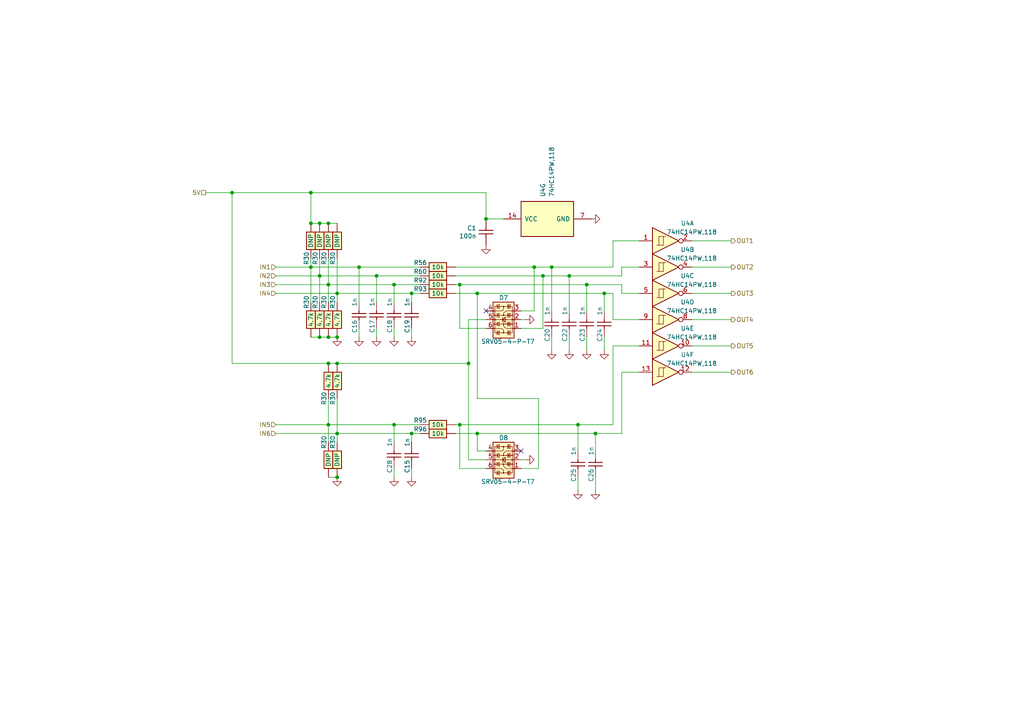
<source format=kicad_sch>
(kicad_sch (version 20230121) (generator eeschema)
  (paper "A4")
  (lib_symbols
    (symbol "74xx:74HC14" (pin_names (offset 1.016))
      (property "Reference" "U" (at 0 1.27 0))
      (property "Value" "74HC14" (at 0 -1.27 0))
      (symbol "74HC14_1_0"
        (polyline (pts (xy -3.81 3.81) (xy -3.81 -3.81) (xy 3.81 0) (xy -3.81 3.81)) (stroke (width 0.254)) (fill (type background)))
        (pin input line (at -7.62 0 0) (length 3.81) (name "~") (number "1"))
        (pin output inverted (at 7.62 0 180) (length 3.81) (name "~") (number "2"))
      )
      (symbol "74HC14_1_1"
        (polyline (pts (xy -1.905 -1.27) (xy -1.905 1.27) (xy -0.635 1.27)))
        (polyline (pts (xy -2.54 -1.27) (xy -0.635 -1.27) (xy -0.635 1.27) (xy 0 1.27)))
      )
      (symbol "74HC14_2_0"
        (polyline (pts (xy -3.81 3.81) (xy -3.81 -3.81) (xy 3.81 0) (xy -3.81 3.81)) (stroke (width 0.254)) (fill (type background)))
        (pin input line (at -7.62 0 0) (length 3.81) (name "~") (number "3"))
        (pin output inverted (at 7.62 0 180) (length 3.81) (name "~") (number "4"))
      )
      (symbol "74HC14_2_1"
        (polyline (pts (xy -1.905 -1.27) (xy -1.905 1.27) (xy -0.635 1.27)))
        (polyline (pts (xy -2.54 -1.27) (xy -0.635 -1.27) (xy -0.635 1.27) (xy 0 1.27)))
      )
      (symbol "74HC14_3_0"
        (polyline (pts (xy -3.81 3.81) (xy -3.81 -3.81) (xy 3.81 0) (xy -3.81 3.81)) (stroke (width 0.254)) (fill (type background)))
        (pin input line (at -7.62 0 0) (length 3.81) (name "~") (number "5"))
        (pin output inverted (at 7.62 0 180) (length 3.81) (name "~") (number "6"))
      )
      (symbol "74HC14_3_1"
        (polyline (pts (xy -1.905 -1.27) (xy -1.905 1.27) (xy -0.635 1.27)))
        (polyline (pts (xy -2.54 -1.27) (xy -0.635 -1.27) (xy -0.635 1.27) (xy 0 1.27)))
      )
      (symbol "74HC14_4_0"
        (polyline (pts (xy -3.81 3.81) (xy -3.81 -3.81) (xy 3.81 0) (xy -3.81 3.81)) (stroke (width 0.254)) (fill (type background)))
        (pin output inverted (at 7.62 0 180) (length 3.81) (name "~") (number "8"))
        (pin input line (at -7.62 0 0) (length 3.81) (name "~") (number "9"))
      )
      (symbol "74HC14_4_1"
        (polyline (pts (xy -1.905 -1.27) (xy -1.905 1.27) (xy -0.635 1.27)))
        (polyline (pts (xy -2.54 -1.27) (xy -0.635 -1.27) (xy -0.635 1.27) (xy 0 1.27)))
      )
      (symbol "74HC14_5_0"
        (polyline (pts (xy -3.81 3.81) (xy -3.81 -3.81) (xy 3.81 0) (xy -3.81 3.81)) (stroke (width 0.254)) (fill (type background)))
        (pin output inverted (at 7.62 0 180) (length 3.81) (name "~") (number "10"))
        (pin input line (at -7.62 0 0) (length 3.81) (name "~") (number "11"))
      )
      (symbol "74HC14_5_1"
        (polyline (pts (xy -1.905 -1.27) (xy -1.905 1.27) (xy -0.635 1.27)))
        (polyline (pts (xy -2.54 -1.27) (xy -0.635 -1.27) (xy -0.635 1.27) (xy 0 1.27)))
      )
      (symbol "74HC14_6_0"
        (polyline (pts (xy -3.81 3.81) (xy -3.81 -3.81) (xy 3.81 0) (xy -3.81 3.81)) (stroke (width 0.254)) (fill (type background)))
        (pin output inverted (at 7.62 0 180) (length 3.81) (name "~") (number "12"))
        (pin input line (at -7.62 0 0) (length 3.81) (name "~") (number "13"))
      )
      (symbol "74HC14_6_1"
        (polyline (pts (xy -1.905 -1.27) (xy -1.905 1.27) (xy -0.635 1.27)))
        (polyline (pts (xy -2.54 -1.27) (xy -0.635 -1.27) (xy -0.635 1.27) (xy 0 1.27)))
      )
      (symbol "74HC14_7_0"
        (pin power_in line (at 0 12.7 270) (length 5.08) (name "VCC") (number "14"))
        (pin power_in line (at 0 -12.7 90) (length 5.08) (name "GND") (number "7"))
      )
      (symbol "74HC14_7_1"
        (rectangle (start -5.08 7.62) (end 5.08 -7.62) (stroke (width 0.254)) (fill (type background)))
      )
    )
    (symbol "Power_Protection:NUP4202"
      (property "Reference" "U" (at -6.985 -2.54 0))
      (property "Value" "NUP4202" (at 6.35 1.27 90))
      (symbol "NUP4202_0_1"
        (rectangle (start -5.334 3.048) (end 5.08 -3.048) (stroke (width 0.254)) (fill (type background)))
        (circle (center -3.81 0) (radius 0.127))
        (circle (center -3.81 0) (radius 0.127))
        (circle (center -1.27 -2.54) (radius 0.127))
        (circle (center -1.27 -2.54) (radius 0.127))
        (circle (center -1.27 0) (radius 0.127))
        (circle (center -1.27 0) (radius 0.127))
        (circle (center -1.27 2.54) (radius 0.127))
        (circle (center -1.27 2.54) (radius 0.127))
        (circle (center 0 -2.54) (radius 0.127))
        (circle (center 0 -2.54) (radius 0.127))
        (polyline (pts (xy -4.445 -1.27) (xy -3.175 -1.27)))
        (polyline (pts (xy -4.445 -1.27) (xy -3.175 -1.27)))
        (polyline (pts (xy -4.445 1.905) (xy -3.175 1.905)))
        (polyline (pts (xy -3.81 -2.54) (xy -3.81 -0.635)))
        (polyline (pts (xy -3.81 -2.54) (xy 3.81 -2.54)))
        (polyline (pts (xy -3.81 -0.635) (xy -3.81 0.635)))
        (polyline (pts (xy -3.81 0.635) (xy -3.81 2.54)))
        (polyline (pts (xy -3.81 2.54) (xy 3.81 2.54)))
        (polyline (pts (xy -3.81 2.54) (xy 3.81 2.54)))
        (polyline (pts (xy -1.905 -1.27) (xy -0.635 -1.27)))
        (polyline (pts (xy -1.905 -1.27) (xy -0.635 -1.27)))
        (polyline (pts (xy -1.905 1.905) (xy -0.635 1.905)))
        (polyline (pts (xy -1.27 -2.54) (xy -1.27 -0.635)))
        (polyline (pts (xy -1.27 -2.54) (xy -1.27 -0.635)))
        (polyline (pts (xy -1.27 0.635) (xy -1.27 -0.635)))
        (polyline (pts (xy -1.27 0.635) (xy -1.27 2.54)))
        (polyline (pts (xy 0 -0.889) (xy 0 -3.81)))
        (polyline (pts (xy 0 -0.889) (xy 0 1.016)))
        (polyline (pts (xy 0 -0.889) (xy 0 1.016)))
        (polyline (pts (xy 0 1.016) (xy 0 3.81)))
        (polyline (pts (xy 0.635 -1.27) (xy 1.905 -1.27)))
        (polyline (pts (xy 0.635 -1.27) (xy 1.905 -1.27)))
        (polyline (pts (xy 0.635 1.905) (xy 1.905 1.905)))
        (polyline (pts (xy 1.27 -2.54) (xy 1.27 -0.635)))
        (polyline (pts (xy 1.27 -2.54) (xy 1.27 -0.635)))
        (polyline (pts (xy 1.27 0.635) (xy 1.27 -0.635)))
        (polyline (pts (xy 1.27 0.635) (xy 1.27 2.54)))
        (polyline (pts (xy 3.175 -1.27) (xy 4.445 -1.27)))
        (polyline (pts (xy 3.175 -1.27) (xy 4.445 -1.27)))
        (polyline (pts (xy 3.175 1.905) (xy 4.445 1.905)))
        (polyline (pts (xy 3.81 -2.54) (xy 3.81 -0.635)))
        (polyline (pts (xy 3.81 0.635) (xy 3.81 -0.635)))
        (polyline (pts (xy 3.81 0.635) (xy 3.81 2.54)))
        (polyline (pts (xy 0.762 0.254) (xy -0.762 0.254) (xy -0.762 0)))
        (polyline (pts (xy -4.445 -1.905) (xy -3.175 -1.905) (xy -3.81 -1.27) (xy -4.445 -1.905)))
        (polyline (pts (xy -4.445 1.27) (xy -3.175 1.27) (xy -3.81 1.905) (xy -4.445 1.27)))
        (polyline (pts (xy -2.54 -3.81) (xy -2.54 -0.762) (xy -1.905 0) (xy -1.27 0)))
        (polyline (pts (xy -2.54 3.81) (xy -2.54 0.635) (xy -3.048 0) (xy -3.937 0)))
        (polyline (pts (xy -1.905 -1.905) (xy -0.635 -1.905) (xy -1.27 -1.27) (xy -1.905 -1.905)))
        (polyline (pts (xy -1.905 1.27) (xy -0.635 1.27) (xy -1.27 1.905) (xy -1.905 1.27)))
        (polyline (pts (xy -0.762 -0.508) (xy 0.762 -0.508) (xy 0 0.254) (xy -0.762 -0.508)))
        (polyline (pts (xy -0.762 -0.508) (xy 0.762 -0.508) (xy 0 0.254) (xy -0.762 -0.508)))
        (polyline (pts (xy 0.635 -1.905) (xy 1.905 -1.905) (xy 1.27 -1.27) (xy 0.635 -1.905)))
        (polyline (pts (xy 0.635 1.27) (xy 1.905 1.27) (xy 1.27 1.905) (xy 0.635 1.27)))
        (polyline (pts (xy 2.54 -3.81) (xy 2.54 -0.762) (xy 1.905 0) (xy 1.143 0)))
        (polyline (pts (xy 2.54 3.81) (xy 2.54 0.508) (xy 2.921 0) (xy 3.81 0)))
        (polyline (pts (xy 3.175 -1.905) (xy 4.445 -1.905) (xy 3.81 -1.27) (xy 3.175 -1.905)))
        (polyline (pts (xy 3.175 1.27) (xy 4.445 1.27) (xy 3.81 1.905) (xy 3.175 1.27)))
        (circle (center 0 2.54) (radius 0.127))
        (circle (center 0 2.54) (radius 0.127))
        (circle (center 1.27 -2.54) (radius 0.127))
        (circle (center 1.27 -2.54) (radius 0.127))
        (circle (center 1.27 0) (radius 0.127))
        (circle (center 1.27 0) (radius 0.127))
        (circle (center 1.27 2.54) (radius 0.127))
        (circle (center 1.27 2.54) (radius 0.127))
        (circle (center 3.81 0) (radius 0.127))
        (circle (center 3.81 0) (radius 0.127))
      )
      (symbol "NUP4202_1_1"
        (pin passive line (at -2.54 -5.08 90) (length 2.54) (name "~") (number "1"))
        (pin passive line (at 0 -5.08 90) (length 2.54) (name "~") (number "2"))
        (pin passive line (at 2.54 -5.08 90) (length 2.54) (name "~") (number "3"))
        (pin passive line (at 2.54 5.08 270) (length 2.54) (name "~") (number "4"))
        (pin passive line (at 0 5.08 270) (length 2.54) (name "~") (number "5"))
        (pin passive line (at -2.54 5.08 270) (length 2.54) (name "~") (number "6"))
      )
    )
    (symbol "hellen-one-common:Cap" (pin_numbers hide)
      (property "Reference" "C" (at -3.81 2.54 0))
      (property "Value" "Cap" (at -2.54 -1.27 0))
      (symbol "Cap_1_0"
        (polyline (pts (xy -1.27 0) (xy -0.508 0)) (stroke (width 0.254)))
        (polyline (pts (xy -0.508 -2.032) (xy -0.508 2.032)) (stroke (width 0.254)))
        (polyline (pts (xy 0.508 2.032) (xy 0.508 -2.032)) (stroke (width 0.254)))
        (polyline (pts (xy 1.27 0) (xy 0.508 0)) (stroke (width 0.254)))
        (pin passive line (at -3.81 0 0) (length 2.54) (name "") (number "1"))
        (pin passive line (at 3.81 0 180) (length 2.54) (name "") (number "2"))
      )
    )
    (symbol "hellen-one-common:Res" (pin_numbers hide)
      (property "Reference" "R" (at 3.81 2.54 0))
      (property "Value" "Res" (at 5.08 -2.54 0))
      (symbol "Res_1_0"
        (rectangle (start 2.54 -1.27) (end 7.62 1.27) (stroke (width 0.254)) (fill (type background)))
        (pin passive line (at 0 0 0) (length 2.54) (name "") (number "1"))
        (pin passive line (at 10.16 0 180) (length 2.54) (name "") (number "2"))
      )
    )
    (symbol "power:GND" (power) (pin_names (offset 0))
      (property "Value" "GND" (at 0 -3.81 0))
      (symbol "GND_0_1"
        (polyline (pts (xy 0 0) (xy 0 -1.27) (xy 1.27 -1.27) (xy 0 -2.54) (xy -1.27 -1.27) (xy 0 -1.27)))
      )
      (symbol "GND_1_1"
        (pin power_in line (at 0 0 270) (length 0) hide (name "GND") (number "1"))
      )
    )
  )
  (junction (at 90.17 77.47))
  (junction (at 138.43 125.73))
  (junction (at 67.31 55.88))
  (junction (at 133.35 82.55))
  (junction (at 104.14 77.47))
  (junction (at 172.72 125.73))
  (junction (at 92.71 97.79))
  (junction (at 90.17 64.77))
  (junction (at 119.38 85.09))
  (junction (at 157.48 80.01))
  (junction (at 140.97 63.5))
  (junction (at 167.64 123.19))
  (junction (at 165.1 80.01))
  (junction (at 95.25 64.77))
  (junction (at 119.38 125.73))
  (junction (at 170.18 82.55))
  (junction (at 95.25 97.79))
  (junction (at 97.79 105.41))
  (junction (at 92.71 80.01))
  (junction (at 135.89 105.41))
  (junction (at 97.79 125.73))
  (junction (at 109.22 80.01))
  (junction (at 95.25 123.19))
  (junction (at 133.35 123.19))
  (junction (at 95.25 82.55))
  (junction (at 175.26 85.09))
  (junction (at 97.79 85.09))
  (junction (at 95.25 105.41))
  (junction (at 90.17 55.88))
  (junction (at 114.3 123.19))
  (junction (at 160.02 77.47))
  (junction (at 92.71 64.77))
  (junction (at 154.94 77.47))
  (junction (at 97.79 97.79))
  (junction (at 114.3 82.55))
  (junction (at 97.79 138.43))
  (junction (at 138.43 85.09))
  (no_connect (at 140.97 90.17))
  (no_connect (at 151.13 130.81))
  (wire (pts (xy 104.14 77.47) (xy 121.92 77.47)))
  (wire (pts (xy 138.43 130.81) (xy 138.43 125.73)))
  (wire (pts (xy 80.01 77.47) (xy 90.17 77.47)))
  (wire (pts (xy 80.01 80.01) (xy 92.71 80.01)))
  (wire (pts (xy 114.3 123.19) (xy 114.3 128.27)))
  (wire (pts (xy 177.8 77.47) (xy 177.8 69.85)))
  (wire (pts (xy 67.31 55.88) (xy 59.69 55.88)))
  (wire (pts (xy 172.72 138.43) (xy 172.72 142.24)))
  (wire (pts (xy 185.42 85.09) (xy 180.34 85.09)))
  (wire (pts (xy 90.17 55.88) (xy 67.31 55.88)))
  (wire (pts (xy 119.38 85.09) (xy 121.92 85.09)))
  (wire (pts (xy 177.8 100.33) (xy 185.42 100.33)))
  (wire (pts (xy 92.71 64.77) (xy 95.25 64.77)))
  (wire (pts (xy 95.25 97.79) (xy 97.79 97.79)))
  (wire (pts (xy 90.17 97.79) (xy 92.71 97.79)))
  (wire (pts (xy 138.43 115.57) (xy 138.43 85.09)))
  (wire (pts (xy 175.26 90.17) (xy 175.26 85.09)))
  (wire (pts (xy 200.66 107.95) (xy 212.09 107.95)))
  (wire (pts (xy 119.38 85.09) (xy 119.38 87.63)))
  (wire (pts (xy 167.64 130.81) (xy 167.64 123.19)))
  (wire (pts (xy 200.66 100.33) (xy 212.09 100.33)))
  (wire (pts (xy 151.13 92.71) (xy 152.4 92.71)))
  (wire (pts (xy 180.34 125.73) (xy 180.34 107.95)))
  (wire (pts (xy 90.17 55.88) (xy 140.97 55.88)))
  (wire (pts (xy 200.66 92.71) (xy 212.09 92.71)))
  (wire (pts (xy 160.02 77.47) (xy 160.02 90.17)))
  (wire (pts (xy 97.79 115.57) (xy 97.79 125.73)))
  (wire (pts (xy 133.35 123.19) (xy 167.64 123.19)))
  (wire (pts (xy 140.97 130.81) (xy 138.43 130.81)))
  (wire (pts (xy 97.79 128.27) (xy 97.79 125.73)))
  (wire (pts (xy 92.71 87.63) (xy 92.71 80.01)))
  (wire (pts (xy 160.02 97.79) (xy 160.02 101.6)))
  (wire (pts (xy 138.43 125.73) (xy 172.72 125.73)))
  (wire (pts (xy 185.42 92.71) (xy 177.8 92.71)))
  (wire (pts (xy 92.71 74.93) (xy 92.71 80.01)))
  (wire (pts (xy 172.72 125.73) (xy 180.34 125.73)))
  (wire (pts (xy 132.08 80.01) (xy 157.48 80.01)))
  (wire (pts (xy 90.17 64.77) (xy 92.71 64.77)))
  (wire (pts (xy 200.66 69.85) (xy 212.09 69.85)))
  (wire (pts (xy 90.17 87.63) (xy 90.17 77.47)))
  (wire (pts (xy 177.8 85.09) (xy 175.26 85.09)))
  (wire (pts (xy 151.13 133.35) (xy 152.4 133.35)))
  (wire (pts (xy 200.66 77.47) (xy 212.09 77.47)))
  (wire (pts (xy 170.18 97.79) (xy 170.18 101.6)))
  (wire (pts (xy 92.71 97.79) (xy 95.25 97.79)))
  (wire (pts (xy 114.3 97.79) (xy 114.3 95.25)))
  (wire (pts (xy 119.38 138.43) (xy 119.38 135.89)))
  (wire (pts (xy 140.97 63.5) (xy 140.97 55.88)))
  (wire (pts (xy 95.25 128.27) (xy 95.25 123.19)))
  (wire (pts (xy 109.22 80.01) (xy 121.92 80.01)))
  (wire (pts (xy 151.13 95.25) (xy 157.48 95.25)))
  (wire (pts (xy 95.25 87.63) (xy 95.25 82.55)))
  (wire (pts (xy 157.48 95.25) (xy 157.48 80.01)))
  (wire (pts (xy 114.3 123.19) (xy 121.92 123.19)))
  (wire (pts (xy 157.48 80.01) (xy 165.1 80.01)))
  (wire (pts (xy 114.3 82.55) (xy 114.3 87.63)))
  (wire (pts (xy 95.25 64.77) (xy 97.79 64.77)))
  (wire (pts (xy 90.17 77.47) (xy 104.14 77.47)))
  (wire (pts (xy 80.01 82.55) (xy 95.25 82.55)))
  (wire (pts (xy 80.01 123.19) (xy 95.25 123.19)))
  (wire (pts (xy 132.08 77.47) (xy 154.94 77.47)))
  (wire (pts (xy 135.89 92.71) (xy 140.97 92.71)))
  (wire (pts (xy 151.13 90.17) (xy 154.94 90.17)))
  (wire (pts (xy 167.64 123.19) (xy 177.8 123.19)))
  (wire (pts (xy 138.43 85.09) (xy 175.26 85.09)))
  (wire (pts (xy 104.14 97.79) (xy 104.14 95.25)))
  (wire (pts (xy 97.79 74.93) (xy 97.79 85.09)))
  (wire (pts (xy 175.26 97.79) (xy 175.26 101.6)))
  (wire (pts (xy 95.25 115.57) (xy 95.25 123.19)))
  (wire (pts (xy 119.38 125.73) (xy 121.92 125.73)))
  (wire (pts (xy 97.79 87.63) (xy 97.79 85.09)))
  (wire (pts (xy 90.17 64.77) (xy 90.17 55.88)))
  (wire (pts (xy 109.22 80.01) (xy 109.22 87.63)))
  (wire (pts (xy 119.38 97.79) (xy 119.38 95.25)))
  (wire (pts (xy 95.25 123.19) (xy 114.3 123.19)))
  (wire (pts (xy 97.79 85.09) (xy 119.38 85.09)))
  (wire (pts (xy 135.89 133.35) (xy 140.97 133.35)))
  (wire (pts (xy 97.79 138.43) (xy 95.25 138.43)))
  (wire (pts (xy 80.01 85.09) (xy 97.79 85.09)))
  (wire (pts (xy 67.31 105.41) (xy 95.25 105.41)))
  (wire (pts (xy 200.66 85.09) (xy 212.09 85.09)))
  (wire (pts (xy 95.25 105.41) (xy 97.79 105.41)))
  (wire (pts (xy 154.94 77.47) (xy 160.02 77.47)))
  (wire (pts (xy 80.01 125.73) (xy 97.79 125.73)))
  (wire (pts (xy 135.89 92.71) (xy 135.89 105.41)))
  (wire (pts (xy 97.79 125.73) (xy 119.38 125.73)))
  (wire (pts (xy 167.64 138.43) (xy 167.64 142.24)))
  (wire (pts (xy 138.43 115.57) (xy 156.21 115.57)))
  (wire (pts (xy 180.34 85.09) (xy 180.34 82.55)))
  (wire (pts (xy 92.71 80.01) (xy 109.22 80.01)))
  (wire (pts (xy 95.25 74.93) (xy 95.25 82.55)))
  (wire (pts (xy 160.02 77.47) (xy 177.8 77.47)))
  (wire (pts (xy 133.35 135.89) (xy 133.35 123.19)))
  (wire (pts (xy 95.25 82.55) (xy 114.3 82.55)))
  (wire (pts (xy 90.17 74.93) (xy 90.17 77.47)))
  (wire (pts (xy 151.13 135.89) (xy 156.21 135.89)))
  (wire (pts (xy 154.94 90.17) (xy 154.94 77.47)))
  (wire (pts (xy 133.35 82.55) (xy 170.18 82.55)))
  (wire (pts (xy 135.89 133.35) (xy 135.89 105.41)))
  (wire (pts (xy 133.35 95.25) (xy 133.35 82.55)))
  (wire (pts (xy 114.3 82.55) (xy 121.92 82.55)))
  (wire (pts (xy 156.21 135.89) (xy 156.21 115.57)))
  (wire (pts (xy 165.1 97.79) (xy 165.1 101.6)))
  (wire (pts (xy 170.18 82.55) (xy 170.18 90.17)))
  (wire (pts (xy 132.08 85.09) (xy 138.43 85.09)))
  (wire (pts (xy 132.08 82.55) (xy 133.35 82.55)))
  (wire (pts (xy 165.1 90.17) (xy 165.1 80.01)))
  (wire (pts (xy 114.3 138.43) (xy 114.3 135.89)))
  (wire (pts (xy 109.22 97.79) (xy 109.22 95.25)))
  (wire (pts (xy 104.14 77.47) (xy 104.14 87.63)))
  (wire (pts (xy 177.8 69.85) (xy 185.42 69.85)))
  (wire (pts (xy 185.42 77.47) (xy 180.34 77.47)))
  (wire (pts (xy 140.97 63.5) (xy 146.05 63.5)))
  (wire (pts (xy 140.97 95.25) (xy 133.35 95.25)))
  (wire (pts (xy 132.08 125.73) (xy 138.43 125.73)))
  (wire (pts (xy 119.38 125.73) (xy 119.38 128.27)))
  (wire (pts (xy 170.18 82.55) (xy 180.34 82.55)))
  (wire (pts (xy 97.79 105.41) (xy 135.89 105.41)))
  (wire (pts (xy 140.97 135.89) (xy 133.35 135.89)))
  (wire (pts (xy 172.72 130.81) (xy 172.72 125.73)))
  (wire (pts (xy 132.08 123.19) (xy 133.35 123.19)))
  (wire (pts (xy 180.34 107.95) (xy 185.42 107.95)))
  (wire (pts (xy 180.34 77.47) (xy 180.34 80.01)))
  (wire (pts (xy 177.8 123.19) (xy 177.8 100.33)))
  (wire (pts (xy 67.31 105.41) (xy 67.31 55.88)))
  (wire (pts (xy 180.34 80.01) (xy 165.1 80.01)))
  (polyline (pts (xy 129.54 80.01) (xy 129.54 80.01)))
  (wire (pts (xy 177.8 92.71) (xy 177.8 85.09)))
  (hierarchical_label "OUT3" (shape output) (at 212.09 85.09 0))
  (hierarchical_label "OUT5" (shape output) (at 212.09 100.33 0))
  (hierarchical_label "IN3" (shape input) (at 80.01 82.55 180))
  (hierarchical_label "OUT4" (shape output) (at 212.09 92.71 0))
  (hierarchical_label "OUT6" (shape output) (at 212.09 107.95 0))
  (hierarchical_label "OUT2" (shape output) (at 212.09 77.47 0))
  (hierarchical_label "IN5" (shape input) (at 80.01 123.19 180))
  (hierarchical_label "OUT1" (shape output) (at 212.09 69.85 0))
  (hierarchical_label "IN1" (shape input) (at 80.01 77.47 180))
  (hierarchical_label "5V" (shape passive) (at 59.69 55.88 180))
  (hierarchical_label "IN4" (shape input) (at 80.01 85.09 180))
  (hierarchical_label "IN2" (shape input) (at 80.01 80.01 180))
  (hierarchical_label "IN6" (shape input) (at 80.01 125.73 180))
  (symbol (lib_id "hellen-one-common:Cap") (at 114.3 132.08 90) (unit 1)
    (property "Reference" "C28" (at 113.03 133.35 0) (effects (justify right)))
    (property "Value" "1n" (at 113.03 127 0) (effects (justify right)))
    (property "Footprint" "hellen-one-common:C0603" (effects hide))
    (property "LCSC" "C106247" (effects hide))
  )
  (symbol (lib_id "hellen-one-common:Cap") (at 119.38 91.44 90) (unit 1)
    (property "Reference" "C19" (at 118.11 92.71 0) (effects (justify right)))
    (property "Value" "1n" (at 118.11 86.36 0) (effects (justify right)))
    (property "Footprint" "hellen-one-common:C0603" (effects hide))
    (property "LCSC" "C106247" (effects hide))
  )
  (symbol (lib_id "power:GND") (at 109.22 97.79 0) (unit 1)
    (property "Reference" "#PWR013" (effects hide))
    (property "Value" "GND" (effects hide))
    (instances (project "GDI-4ch" (path "" (reference "#PWR013") (unit 1))) (project "hellen-112-17" (path "" (reference "#PWR04") (unit 1))))
  )
  (symbol (lib_id "hellen-one-common:Cap") (at 160.02 93.98 90) (unit 1)
    (property "Reference" "C20" (at 158.75 95.25 0) (effects (justify right)))
    (property "Value" "1n" (at 158.75 88.9 0) (effects (justify right)))
    (property "Footprint" "hellen-one-common:C0603" (effects hide))
    (property "LCSC" "C106247" (effects hide))
  )
  (symbol (lib_id "power:GND") (at 152.4 92.71 90) (unit 1)
    (property "Reference" "#PWR042" (effects hide))
    (property "Value" "GND" (effects hide))
    (instances (project "GDI-4ch" (path "" (reference "#PWR042") (unit 1))) (project "hellen-112-17" (path "" (reference "#PWR014") (unit 1))))
  )
  (symbol (lib_id "hellen-one-common:Res") (at 95.25 64.77 90) (mirror x) (unit 1)
    (property "Reference" "R30" (at 93.98 74.93 0))
    (property "Value" "DNP" (at 95.25 69.85 0))
    (property "Footprint" "hellen-one-common:R0603" (effects hide))
    (instances (project "alphax_8ch" (path "" (reference "R30") (unit 1)) (path "" (reference "R67") (unit 1))) (project "hellen-112-17" (path "" (reference "R35") (unit 1)) (path "" (reference "R23") (unit 1))))
  )
  (symbol (lib_id "hellen-one-common:Cap") (at 104.14 91.44 90) (unit 1)
    (property "Reference" "C16" (at 102.87 92.71 0) (effects (justify right)))
    (property "Value" "1n" (at 102.87 86.36 0) (effects (justify right)))
    (property "Footprint" "hellen-one-common:C0603" (effects hide))
    (property "LCSC" "C106247" (effects hide))
  )
  (symbol (lib_id "power:GND") (at 97.79 97.79 0) (unit 1)
    (property "Reference" "#PWR012" (effects hide))
    (property "Value" "GND" (effects hide))
    (instances (project "GDI-4ch" (path "" (reference "#PWR012") (unit 1))) (project "hellen-112-17" (path "" (reference "#PWR02") (unit 1))))
  )
  (symbol (lib_id "power:GND") (at 167.64 142.24 0) (unit 1)
    (property "Reference" "#PWR049" (effects hide))
    (property "Value" "GND" (effects hide))
    (instances (project "GDI-4ch" (path "" (reference "#PWR049") (unit 1))) (project "hellen-112-17" (path "" (reference "#PWR019") (unit 1))))
  )
  (symbol (lib_id "power:GND") (at 170.18 101.6 0) (unit 1)
    (property "Reference" "#PWR048" (effects hide))
    (property "Value" "GND" (effects hide))
    (instances (project "GDI-4ch" (path "" (reference "#PWR048") (unit 1))) (project "hellen-112-17" (path "" (reference "#PWR018") (unit 1))))
  )
  (symbol (lib_id "power:GND") (at 160.02 101.6 0) (unit 1)
    (property "Reference" "#PWR046" (effects hide))
    (property "Value" "GND" (effects hide))
    (instances (project "GDI-4ch" (path "" (reference "#PWR046") (unit 1))) (project "hellen-112-17" (path "" (reference "#PWR016") (unit 1))))
  )
  (symbol (lib_id "hellen-one-common:Cap") (at 140.97 67.31 270) (mirror x) (unit 1)
    (property "Reference" "C1" (at 138.1759 66.1606 90) (effects (justify right)))
    (property "Value" "100n" (at 138.1759 68.4593 90) (effects (justify right)))
    (property "Footprint" "hellen-one-common:C0603" (effects hide))
    (property "LCSC" "C14663" (effects hide))
    (instances (project "GDI-4ch" (path "" (reference "C1") (unit 1))) (project "hellen-112-17" (path "" (reference "C21") (unit 1))))
  )
  (symbol (lib_id "hellen-one-common:Res") (at 92.71 87.63 90) (mirror x) (unit 1)
    (property "Reference" "R30" (at 91.44 87.63 0))
    (property "Value" "4.7k" (at 92.71 92.71 0))
    (property "Footprint" "hellen-one-common:R0603" (effects hide))
    (property "LCSC" "C23162" (effects hide))
    (instances (project "alphax_8ch" (path "" (reference "R30") (unit 1)) (path "" (reference "R67") (unit 1))) (project "hellen-112-17" (path "" (reference "R35") (unit 1)) (path "" (reference "R26") (unit 1))))
  )
  (symbol (lib_id "power:GND") (at 172.72 142.24 0) (unit 1)
    (property "Reference" "#PWR051" (effects hide))
    (property "Value" "GND" (effects hide))
    (instances (project "GDI-4ch" (path "" (reference "#PWR051") (unit 1))) (project "hellen-112-17" (path "" (reference "#PWR021") (unit 1))))
  )
  (symbol (lib_id "hellen-one-common:Res") (at 132.08 85.09 0) (mirror y) (unit 1)
    (property "Reference" "R93" (at 121.92 83.82 0))
    (property "Value" "10k" (at 127 85.09 0))
    (property "Footprint" "hellen-one-common:R0603" (effects hide))
    (property "LCSC" "C25804" (effects hide))
    (instances (project "GDI-4ch" (path "" (reference "R93") (unit 1))) (project "hellen-112-17" (path "" (reference "R42") (unit 1))))
  )
  (symbol (lib_id "hellen-one-common:Cap") (at 165.1 93.98 90) (unit 1)
    (property "Reference" "C22" (at 163.83 95.25 0) (effects (justify right)))
    (property "Value" "1n" (at 163.83 88.9 0) (effects (justify right)))
    (property "Footprint" "hellen-one-common:C0603" (effects hide))
    (property "LCSC" "C106247" (effects hide))
  )
  (symbol (lib_id "power:GND") (at 97.79 138.43 0) (unit 1)
    (property "Reference" "#PWR012" (effects hide))
    (property "Value" "GND" (effects hide))
    (instances (project "GDI-4ch" (path "" (reference "#PWR012") (unit 1))) (project "hellen-112-17" (path "" (reference "#PWR06") (unit 1))))
  )
  (symbol (lib_id "hellen-one-common:Cap") (at 119.38 132.08 90) (unit 1)
    (property "Reference" "C15" (at 118.11 133.35 0) (effects (justify right)))
    (property "Value" "1n" (at 118.11 127 0) (effects (justify right)))
    (property "Footprint" "hellen-one-common:C0603" (effects hide))
    (property "LCSC" "C106247" (effects hide))
  )
  (symbol (lib_id "Power_Protection:NUP4202") (at 146.05 92.71 90) (unit 1)
    (property "Reference" "D7" (at 146.05 86.36 90))
    (property "Value" "SRV05-4-P-T7" (at 147.32 99.06 90))
    (property "Footprint" "Package_TO_SOT_SMD:SOT-23-6" (effects hide))
    (property "LCSC" "C85364" (effects hide))
    (instances (project "GDI-4ch" (path "" (reference "D7") (unit 1))) (project "hellen-112-17" (path "" (reference "D10") (unit 1))))
  )
  (symbol (lib_id "hellen-one-common:Cap") (at 170.18 93.98 90) (unit 1)
    (property "Reference" "C23" (at 168.91 95.25 0) (effects (justify right)))
    (property "Value" "1n" (at 168.91 88.9 0) (effects (justify right)))
    (property "Footprint" "hellen-one-common:C0603" (effects hide))
    (property "LCSC" "C106247" (effects hide))
  )
  (symbol (lib_id "hellen-one-common:Res") (at 90.17 87.63 90) (mirror x) (unit 1)
    (property "Reference" "R30" (at 88.9 87.63 0))
    (property "Value" "4.7k" (at 90.17 92.71 0))
    (property "Footprint" "hellen-one-common:R0603" (effects hide))
    (property "LCSC" "C23162" (effects hide))
    (instances (project "alphax_8ch" (path "" (reference "R30") (unit 1)) (path "" (reference "R67") (unit 1))) (project "hellen-112-17" (path "" (reference "R35") (unit 1)) (path "" (reference "R25") (unit 1))))
  )
  (symbol (lib_id "power:GND") (at 140.97 71.12 0) (unit 1)
    (property "Reference" "#PWR038" (effects hide))
    (property "Value" "GND" (effects hide))
    (instances (project "GDI-4ch" (path "" (reference "#PWR038") (unit 1))) (project "hellen-112-17" (path "" (reference "#PWR013") (unit 1))))
  )
  (symbol (lib_id "power:GND") (at 152.4 133.35 90) (unit 1)
    (property "Reference" "#PWR043" (effects hide))
    (property "Value" "GND" (effects hide))
    (instances (project "GDI-4ch" (path "" (reference "#PWR043") (unit 1))) (project "hellen-112-17" (path "" (reference "#PWR015") (unit 1))))
  )
  (symbol (lib_id "hellen-one-common:Res") (at 97.79 64.77 90) (mirror x) (unit 1)
    (property "Reference" "R30" (at 96.52 74.93 0))
    (property "Value" "DNP" (at 97.79 69.85 0))
    (property "Footprint" "hellen-one-common:R0603" (effects hide))
    (instances (project "alphax_8ch" (path "" (reference "R30") (unit 1)) (path "" (reference "R67") (unit 1))) (project "hellen-112-17" (path "" (reference "R35") (unit 1)) (path "" (reference "R24") (unit 1))))
  )
  (symbol (lib_id "hellen-one-common:Cap") (at 109.22 91.44 90) (unit 1)
    (property "Reference" "C17" (at 107.95 92.71 0) (effects (justify right)))
    (property "Value" "1n" (at 107.95 86.36 0) (effects (justify right)))
    (property "Footprint" "hellen-one-common:C0603" (effects hide))
    (property "LCSC" "C106247" (effects hide))
  )
  (symbol (lib_id "hellen-one-common:Cap") (at 172.72 134.62 90) (unit 1)
    (property "Reference" "C26" (at 171.45 135.89 0) (effects (justify right)))
    (property "Value" "1n" (at 171.45 129.54 0) (effects (justify right)))
    (property "Footprint" "hellen-one-common:C0603" (effects hide))
    (property "LCSC" "C106247" (effects hide))
  )
  (symbol (lib_id "power:GND") (at 114.3 97.79 0) (unit 1)
    (property "Reference" "#PWR019" (effects hide))
    (property "Value" "GND" (effects hide))
    (instances (project "GDI-4ch" (path "" (reference "#PWR019") (unit 1))) (project "hellen-112-17" (path "" (reference "#PWR05") (unit 1))))
  )
  (symbol (lib_id "power:GND") (at 114.3 138.43 0) (unit 1)
    (property "Reference" "#PWR021" (effects hide))
    (property "Value" "GND" (effects hide))
    (instances (project "GDI-4ch" (path "" (reference "#PWR021") (unit 1))) (project "hellen-112-17" (path "" (reference "#PWR07") (unit 1))))
  )
  (symbol (lib_id "hellen-one-common:Res") (at 97.79 87.63 90) (mirror x) (unit 1)
    (property "Reference" "R30" (at 96.52 87.63 0))
    (property "Value" "4.7k" (at 97.79 92.71 0))
    (property "Footprint" "hellen-one-common:R0603" (effects hide))
    (property "LCSC" "C23162" (effects hide))
    (instances (project "alphax_8ch" (path "" (reference "R30") (unit 1)) (path "" (reference "R67") (unit 1))) (project "hellen-112-17" (path "" (reference "R35") (unit 1)) (path "" (reference "R28") (unit 1))))
  )
  (symbol (lib_id "74xx:74HC14") (at 193.04 69.85 0) (unit 1)
    (property "Reference" "U4" (at 199.39 64.77 0))
    (property "Value" "74HC14PW,118" (at 200.66 67.31 0))
    (property "Footprint" "Package_SO:TSSOP-14_4.4x5mm_P0.65mm" (effects hide))
    (property "Datasheet" "http://www.ti.com/lit/gpn/sn74HC14" (effects hide))
    (property "LCSC" "C5606" (effects hide))
    (instances (project "GDI-4ch" (path "" (reference "U4") (unit 1))) (project "hellen-112-17" (path "" (reference "U2") (unit 1))))
  )
  (symbol (lib_id "hellen-one-common:Res") (at 95.25 87.63 90) (mirror x) (unit 1)
    (property "Reference" "R30" (at 93.98 87.63 0))
    (property "Value" "4.7k" (at 95.25 92.71 0))
    (property "Footprint" "hellen-one-common:R0603" (effects hide))
    (property "LCSC" "C23162" (effects hide))
    (instances (project "alphax_8ch" (path "" (reference "R30") (unit 1)) (path "" (reference "R67") (unit 1))) (project "hellen-112-17" (path "" (reference "R35") (unit 1)) (path "" (reference "R27") (unit 1))))
  )
  (symbol (lib_id "hellen-one-common:Res") (at 97.79 128.27 90) (mirror x) (unit 1)
    (property "Reference" "R30" (at 96.52 128.27 0))
    (property "Value" "DNP" (at 97.79 133.35 0))
    (property "Footprint" "hellen-one-common:R0603" (effects hide))
    (instances (project "alphax_8ch" (path "" (reference "R30") (unit 1)) (path "" (reference "R67") (unit 1))) (project "hellen-112-17" (path "" (reference "R35") (unit 1)) (path "" (reference "R49") (unit 1))))
  )
  (symbol (lib_id "hellen-one-common:Res") (at 132.08 125.73 0) (mirror y) (unit 1)
    (property "Reference" "R96" (at 121.92 124.46 0))
    (property "Value" "10k" (at 127 125.73 0))
    (property "Footprint" "hellen-one-common:R0603" (effects hide))
    (property "LCSC" "C25804" (effects hide))
    (instances (project "GDI-4ch" (path "" (reference "R96") (unit 1))) (project "hellen-112-17" (path "" (reference "R48") (unit 1))))
  )
  (symbol (lib_id "74xx:74HC14") (at 158.75 63.5 90) (unit 7)
    (property "Reference" "U4" (at 157.4799 57.15 0) (effects (justify left)))
    (property "Value" "74HC14PW,118" (at 160.0199 57.15 0) (effects (justify left)))
    (property "Footprint" "Package_SO:TSSOP-14_4.4x5mm_P0.65mm" (effects hide))
    (property "Datasheet" "http://www.ti.com/lit/gpn/sn74HC14" (effects hide))
    (property "LCSC" "C5606" (effects hide))
    (instances (project "GDI-4ch" (path "" (reference "U4") (unit 7))) (project "hellen-112-17" (path "" (reference "U2") (unit 7))))
  )
  (symbol (lib_id "power:GND") (at 171.45 63.5 90) (unit 1)
    (property "Reference" "#PWR053" (effects hide))
    (property "Value" "GND" (effects hide))
    (instances (project "GDI-4ch" (path "" (reference "#PWR053") (unit 1))) (project "hellen-112-17" (path "" (reference "#PWR024") (unit 1))))
  )
  (symbol (lib_id "hellen-one-common:Res") (at 90.17 64.77 90) (mirror x) (unit 1)
    (property "Reference" "R30" (at 88.9 74.93 0))
    (property "Value" "DNP" (at 90.17 69.85 0))
    (property "Footprint" "hellen-one-common:R0603" (effects hide))
    (instances (project "alphax_8ch" (path "" (reference "R30") (unit 1)) (path "" (reference "R67") (unit 1))) (project "hellen-112-17" (path "" (reference "R35") (unit 1)) (path "" (reference "R21") (unit 1))))
  )
  (symbol (lib_id "power:GND") (at 175.26 101.6 0) (unit 1)
    (property "Reference" "#PWR050" (effects hide))
    (property "Value" "GND" (effects hide))
    (instances (project "GDI-4ch" (path "" (reference "#PWR050") (unit 1))) (project "hellen-112-17" (path "" (reference "#PWR020") (unit 1))))
  )
  (symbol (lib_id "hellen-one-common:Res") (at 92.71 64.77 90) (mirror x) (unit 1)
    (property "Reference" "R30" (at 91.44 74.93 0))
    (property "Value" "DNP" (at 92.71 69.85 0))
    (property "Footprint" "hellen-one-common:R0603" (effects hide))
    (instances (project "alphax_8ch" (path "" (reference "R30") (unit 1)) (path "" (reference "R67") (unit 1))) (project "hellen-112-17" (path "" (reference "R35") (unit 1)) (path "" (reference "R22") (unit 1))))
  )
  (symbol (lib_id "power:GND") (at 119.38 97.79 0) (unit 1)
    (property "Reference" "#PWR022" (effects hide))
    (property "Value" "GND" (effects hide))
    (instances (project "GDI-4ch" (path "" (reference "#PWR022") (unit 1))) (project "hellen-112-17" (path "" (reference "#PWR08") (unit 1))))
  )
  (symbol (lib_id "74xx:74HC14") (at 193.04 107.95 0) (unit 6)
    (property "Reference" "U4" (at 199.39 102.87 0))
    (property "Value" "74HC14PW,118" (at 200.66 105.41 0))
    (property "Footprint" "Package_SO:TSSOP-14_4.4x5mm_P0.65mm" (effects hide))
    (property "Datasheet" "http://www.ti.com/lit/gpn/sn74HC14" (effects hide))
    (property "LCSC" "C5606" (effects hide))
    (instances (project "GDI-4ch" (path "" (reference "U4") (unit 6))) (project "hellen-112-17" (path "" (reference "U2") (unit 6))))
  )
  (symbol (lib_id "hellen-one-common:Res") (at 95.25 128.27 90) (mirror x) (unit 1)
    (property "Reference" "R30" (at 93.98 128.27 0))
    (property "Value" "DNP" (at 95.25 133.35 0))
    (property "Footprint" "hellen-one-common:R0603" (effects hide))
    (instances (project "alphax_8ch" (path "" (reference "R30") (unit 1)) (path "" (reference "R67") (unit 1))) (project "hellen-112-17" (path "" (reference "R35") (unit 1)) (path "" (reference "R29") (unit 1))))
  )
  (symbol (lib_id "Power_Protection:NUP4202") (at 146.05 133.35 90) (unit 1)
    (property "Reference" "D8" (at 146.05 127 90))
    (property "Value" "SRV05-4-P-T7" (at 147.32 139.7 90))
    (property "Footprint" "Package_TO_SOT_SMD:SOT-23-6" (effects hide))
    (property "LCSC" "C85364" (effects hide))
    (instances (project "GDI-4ch" (path "" (reference "D8") (unit 1))) (project "hellen-112-17" (path "" (reference "D11") (unit 1))))
  )
  (symbol (lib_id "74xx:74HC14") (at 193.04 77.47 0) (unit 2)
    (property "Reference" "U4" (at 199.39 72.39 0))
    (property "Value" "74HC14PW,118" (at 200.66 74.93 0))
    (property "Footprint" "Package_SO:TSSOP-14_4.4x5mm_P0.65mm" (effects hide))
    (property "Datasheet" "http://www.ti.com/lit/gpn/sn74HC14" (effects hide))
    (property "LCSC" "C5606" (effects hide))
    (instances (project "GDI-4ch" (path "" (reference "U4") (unit 2))) (project "hellen-112-17" (path "" (reference "U2") (unit 2))))
  )
  (symbol (lib_id "hellen-one-common:Res") (at 132.08 77.47 0) (mirror y) (unit 1)
    (property "Reference" "R56" (at 121.92 76.2 0))
    (property "Value" "10k" (at 127 77.47 0))
    (property "Footprint" "hellen-one-common:R0603" (effects hide))
    (property "LCSC" "C25804" (effects hide))
    (instances (project "GDI-4ch" (path "" (reference "R56") (unit 1))) (project "hellen-112-17" (path "" (reference "R30") (unit 1))))
  )
  (symbol (lib_id "hellen-one-common:Res") (at 95.25 105.41 90) (mirror x) (unit 1)
    (property "Reference" "R30" (at 93.98 115.57 0))
    (property "Value" "4.7k" (at 95.25 110.49 0))
    (property "Footprint" "hellen-one-common:R0603" (effects hide))
    (property "LCSC" "C23162" (effects hide))
    (instances (project "alphax_8ch" (path "" (reference "R30") (unit 1)) (path "" (reference "R67") (unit 1))) (project "hellen-112-17" (path "" (reference "R35") (unit 1)) (path "" (reference "R50") (unit 1))))
  )
  (symbol (lib_id "hellen-one-common:Res") (at 132.08 82.55 0) (mirror y) (unit 1)
    (property "Reference" "R92" (at 121.92 81.28 0))
    (property "Value" "10k" (at 127 82.55 0))
    (property "Footprint" "hellen-one-common:R0603" (effects hide))
    (property "LCSC" "C25804" (effects hide))
    (instances (project "GDI-4ch" (path "" (reference "R92") (unit 1))) (project "hellen-112-17" (path "" (reference "R32") (unit 1))))
  )
  (symbol (lib_id "power:GND") (at 119.38 138.43 0) (unit 1)
    (property "Reference" "#PWR023" (effects hide))
    (property "Value" "GND" (effects hide))
    (instances (project "GDI-4ch" (path "" (reference "#PWR023") (unit 1))) (project "hellen-112-17" (path "" (reference "#PWR09") (unit 1))))
  )
  (symbol (lib_id "power:GND") (at 104.14 97.79 0) (unit 1)
    (property "Reference" "#PWR012" (effects hide))
    (property "Value" "GND" (effects hide))
    (instances (project "GDI-4ch" (path "" (reference "#PWR012") (unit 1))) (project "hellen-112-17" (path "" (reference "#PWR03") (unit 1))))
  )
  (symbol (lib_id "74xx:74HC14") (at 193.04 85.09 0) (unit 3)
    (property "Reference" "U4" (at 199.39 80.01 0))
    (property "Value" "74HC14PW,118" (at 200.66 82.55 0))
    (property "Footprint" "Package_SO:TSSOP-14_4.4x5mm_P0.65mm" (effects hide))
    (property "Datasheet" "http://www.ti.com/lit/gpn/sn74HC14" (effects hide))
    (property "LCSC" "C5606" (effects hide))
    (instances (project "GDI-4ch" (path "" (reference "U4") (unit 3))) (project "hellen-112-17" (path "" (reference "U2") (unit 3))))
  )
  (symbol (lib_id "hellen-one-common:Cap") (at 167.64 134.62 90) (unit 1)
    (property "Reference" "C25" (at 166.37 135.89 0) (effects (justify right)))
    (property "Value" "1n" (at 166.37 129.54 0) (effects (justify right)))
    (property "Footprint" "hellen-one-common:C0603" (effects hide))
    (property "LCSC" "C106247" (effects hide))
  )
  (symbol (lib_id "74xx:74HC14") (at 193.04 92.71 0) (unit 4)
    (property "Reference" "U4" (at 199.39 87.63 0))
    (property "Value" "74HC14PW,118" (at 200.66 90.17 0))
    (property "Footprint" "Package_SO:TSSOP-14_4.4x5mm_P0.65mm" (effects hide))
    (property "Datasheet" "http://www.ti.com/lit/gpn/sn74HC14" (effects hide))
    (property "LCSC" "C5606" (effects hide))
    (instances (project "GDI-4ch" (path "" (reference "U4") (unit 4))) (project "hellen-112-17" (path "" (reference "U2") (unit 4))))
  )
  (symbol (lib_id "hellen-one-common:Res") (at 132.08 123.19 0) (mirror y) (unit 1)
    (property "Reference" "R95" (at 121.92 121.92 0))
    (property "Value" "10k" (at 127 123.19 0))
    (property "Footprint" "hellen-one-common:R0603" (effects hide))
    (property "LCSC" "C25804" (effects hide))
    (instances (project "GDI-4ch" (path "" (reference "R95") (unit 1))) (project "hellen-112-17" (path "" (reference "R43") (unit 1))))
  )
  (symbol (lib_id "hellen-one-common:Cap") (at 175.26 93.98 90) (unit 1)
    (property "Reference" "C24" (at 173.99 95.25 0) (effects (justify right)))
    (property "Value" "1n" (at 173.99 88.9 0) (effects (justify right)))
    (property "Footprint" "hellen-one-common:C0603" (effects hide))
    (property "LCSC" "C106247" (effects hide))
  )
  (symbol (lib_id "power:GND") (at 165.1 101.6 0) (unit 1)
    (property "Reference" "#PWR047" (effects hide))
    (property "Value" "GND" (effects hide))
    (instances (project "GDI-4ch" (path "" (reference "#PWR047") (unit 1))) (project "hellen-112-17" (path "" (reference "#PWR017") (unit 1))))
  )
  (symbol (lib_id "hellen-one-common:Res") (at 97.79 105.41 90) (mirror x) (unit 1)
    (property "Reference" "R30" (at 96.52 115.57 0))
    (property "Value" "4.7k" (at 97.79 110.49 0))
    (property "Footprint" "hellen-one-common:R0603" (effects hide))
    (property "LCSC" "C23162" (effects hide))
    (instances (project "alphax_8ch" (path "" (reference "R30") (unit 1)) (path "" (reference "R67") (unit 1))) (project "hellen-112-17" (path "" (reference "R35") (unit 1)) (path "" (reference "R51") (unit 1))))
  )
  (symbol (lib_id "hellen-one-common:Res") (at 132.08 80.01 0) (mirror y) (unit 1)
    (property "Reference" "R60" (at 121.92 78.74 0))
    (property "Value" "10k" (at 127 80.01 0))
    (property "Footprint" "hellen-one-common:R0603" (effects hide))
    (property "LCSC" "C25804" (effects hide))
    (instances (project "GDI-4ch" (path "" (reference "R60") (unit 1))) (project "hellen-112-17" (path "" (reference "R31") (unit 1))))
  )
  (symbol (lib_id "hellen-one-common:Cap") (at 114.3 91.44 90) (unit 1)
    (property "Reference" "C18" (at 113.03 92.71 0) (effects (justify right)))
    (property "Value" "1n" (at 113.03 86.36 0) (effects (justify right)))
    (property "Footprint" "hellen-one-common:C0603" (effects hide))
    (property "LCSC" "C106247" (effects hide))
  )
  (symbol (lib_id "74xx:74HC14") (at 193.04 100.33 0) (unit 5)
    (property "Reference" "U4" (at 199.39 95.25 0))
    (property "Value" "74HC14PW,118" (at 200.66 97.79 0))
    (property "Footprint" "Package_SO:TSSOP-14_4.4x5mm_P0.65mm" (effects hide))
    (property "Datasheet" "http://www.ti.com/lit/gpn/sn74HC14" (effects hide))
    (property "LCSC" "C5606" (effects hide))
    (instances (project "GDI-4ch" (path "" (reference "U4") (unit 5))) (project "hellen-112-17" (path "" (reference "U2") (unit 5))))
  )
)
</source>
